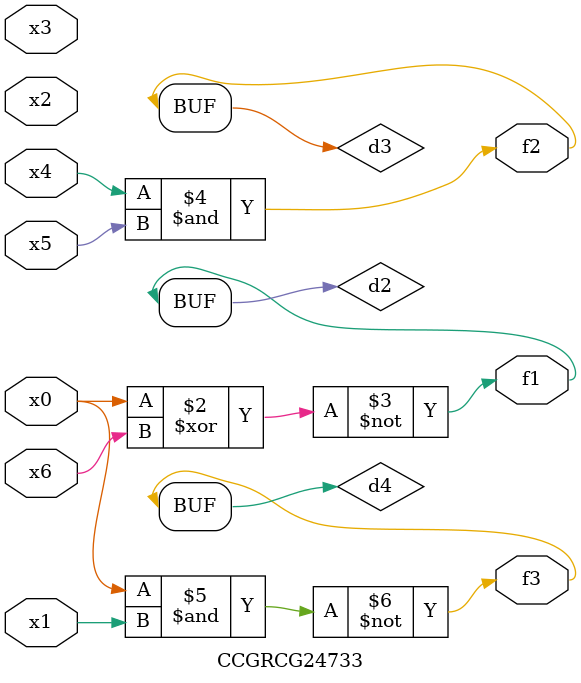
<source format=v>
module CCGRCG24733(
	input x0, x1, x2, x3, x4, x5, x6,
	output f1, f2, f3
);

	wire d1, d2, d3, d4;

	nor (d1, x0);
	xnor (d2, x0, x6);
	and (d3, x4, x5);
	nand (d4, x0, x1);
	assign f1 = d2;
	assign f2 = d3;
	assign f3 = d4;
endmodule

</source>
